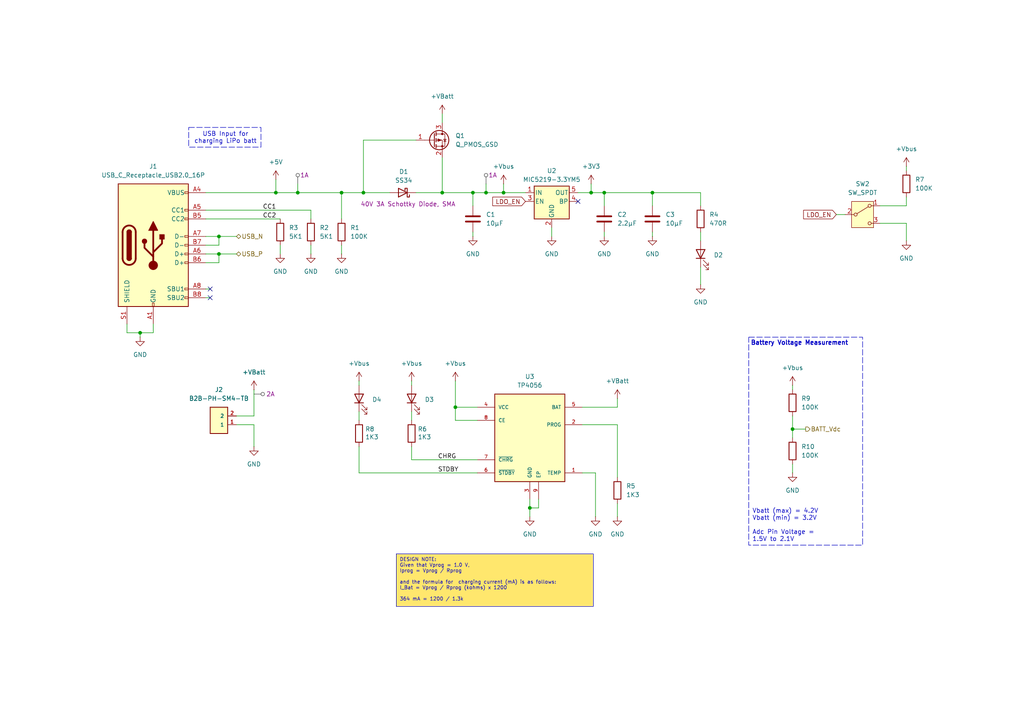
<source format=kicad_sch>
(kicad_sch (version 20250114) (generator "eeschema") (generator_version "9.0")
  (paper "A4")
  (lib_symbols
    (symbol "AI_CONNECTORS:B2B-PH-SM4-TB_LF__SN_" (pin_names (offset 1.016))
      (property "Reference" "J" (at -1.524 3.556 0))
      (property "Value" "B2B-PH-SM4-TB_LF__SN_" (at -11.684 -7.62 0))
      (symbol "B2B-PH-SM4-TB_LF__SN__0_0"
        (rectangle (start -2.54 2.54) (end 2.54 -5.08) (stroke (width 0.254)) (fill (type background)))
        (pin bidirectional line (at -5.08 0 0) (length 2.54) (name "1") (number "1"))
        (pin bidirectional line (at -5.08 -2.54 0) (length 2.54) (name "2") (number "2"))
      )
    )
    (symbol "AI_CONNECTORS:USB_C_Receptacle_USB2.0_16P" (pin_names (offset 1.016))
      (property "Reference" "J" (at 0 22.225 0))
      (property "Value" "USB_C_Receptacle_USB2.0_16P" (at 0 19.685 0))
      (symbol "USB_C_Receptacle_USB2.0_16P_0_0"
        (rectangle (start -0.254 -17.78) (end 0.254 -16.764))
        (rectangle (start 10.16 15.494) (end 9.144 14.986))
        (rectangle (start 10.16 10.414) (end 9.144 9.906))
        (rectangle (start 10.16 7.874) (end 9.144 7.366))
        (rectangle (start 10.16 2.794) (end 9.144 2.286))
        (rectangle (start 10.16 0.254) (end 9.144 -0.254))
        (rectangle (start 10.16 -2.286) (end 9.144 -2.794))
        (rectangle (start 10.16 -4.826) (end 9.144 -5.334))
        (rectangle (start 10.16 -12.446) (end 9.144 -12.954))
        (rectangle (start 10.16 -14.986) (end 9.144 -15.494))
      )
      (symbol "USB_C_Receptacle_USB2.0_16P_0_1"
        (rectangle (start -10.16 17.78) (end 10.16 -17.78) (stroke (width 0.254)) (fill (type background)))
        (polyline (pts (xy -8.89 -3.81) (xy -8.89 3.81)) (stroke (width 0.508)))
        (rectangle (start -7.62 -3.81) (end -6.35 3.81) (stroke (width 0.254)) (fill (type outline)))
        (arc (start -7.62 3.81) (mid -6.985 4.4423) (end -6.35 3.81) (stroke (width 0.254)))
        (arc (start -7.62 3.81) (mid -6.985 4.4423) (end -6.35 3.81) (stroke (width 0.254)) (fill (type outline)))
        (arc (start -8.89 3.81) (mid -6.985 5.7067) (end -5.08 3.81) (stroke (width 0.508)))
        (arc (start -5.08 -3.81) (mid -6.985 -5.7067) (end -8.89 -3.81) (stroke (width 0.508)))
        (arc (start -6.35 -3.81) (mid -6.985 -4.4423) (end -7.62 -3.81) (stroke (width 0.254)))
        (arc (start -6.35 -3.81) (mid -6.985 -4.4423) (end -7.62 -3.81) (stroke (width 0.254)) (fill (type outline)))
        (polyline (pts (xy -5.08 3.81) (xy -5.08 -3.81)) (stroke (width 0.508)))
        (circle (center -2.54 1.143) (radius 0.635) (stroke (width 0.254)) (fill (type outline)))
        (polyline (pts (xy -1.27 4.318) (xy 0 6.858) (xy 1.27 4.318) (xy -1.27 4.318)) (stroke (width 0.254)) (fill (type outline)))
        (polyline (pts (xy 0 -2.032) (xy 2.54 0.508) (xy 2.54 1.778)) (stroke (width 0.508)))
        (polyline (pts (xy 0 -3.302) (xy -2.54 -0.762) (xy -2.54 0.508)) (stroke (width 0.508)))
        (polyline (pts (xy 0 -5.842) (xy 0 4.318)) (stroke (width 0.508)))
        (circle (center 0 -5.842) (radius 1.27) (fill (type outline)))
        (rectangle (start 1.905 1.778) (end 3.175 3.048) (stroke (width 0.254)) (fill (type outline)))
      )
      (symbol "USB_C_Receptacle_USB2.0_16P_1_1"
        (pin passive line (at -7.62 -22.86 90) (length 5.08) (name "SHIELD") (number "S1"))
        (pin passive line (at 0 -22.86 90) (length 5.08) (name "GND") (number "A1"))
        (pin passive line (at 0 -22.86 90) (length 5.08) (hide yes) (name "GND") (number "A12"))
        (pin passive line (at 0 -22.86 90) (length 5.08) (hide yes) (name "GND") (number "B1"))
        (pin passive line (at 0 -22.86 90) (length 5.08) (hide yes) (name "GND") (number "B12"))
        (pin passive line (at 15.24 15.24 180) (length 5.08) (name "VBUS") (number "A4"))
        (pin passive line (at 15.24 15.24 180) (length 5.08) (hide yes) (name "VBUS") (number "A9"))
        (pin passive line (at 15.24 15.24 180) (length 5.08) (hide yes) (name "VBUS") (number "B4"))
        (pin passive line (at 15.24 15.24 180) (length 5.08) (hide yes) (name "VBUS") (number "B9"))
        (pin bidirectional line (at 15.24 10.16 180) (length 5.08) (name "CC1") (number "A5"))
        (pin bidirectional line (at 15.24 7.62 180) (length 5.08) (name "CC2") (number "B5"))
        (pin bidirectional line (at 15.24 2.54 180) (length 5.08) (name "D-") (number "A7"))
        (pin bidirectional line (at 15.24 0 180) (length 5.08) (name "D-") (number "B7"))
        (pin bidirectional line (at 15.24 -2.54 180) (length 5.08) (name "D+") (number "A6"))
        (pin bidirectional line (at 15.24 -5.08 180) (length 5.08) (name "D+") (number "B6"))
        (pin bidirectional line (at 15.24 -12.7 180) (length 5.08) (name "SBU1") (number "A8"))
        (pin bidirectional line (at 15.24 -15.24 180) (length 5.08) (name "SBU2") (number "B8"))
      )
    )
    (symbol "AI_IC:TP4056" (pin_names (offset 1.016))
      (property "Reference" "U" (at -10.16 13.208 0))
      (property "Value" "TP4056" (at -10.16 -15.24 0))
      (symbol "TP4056_0_0"
        (rectangle (start -10.16 -12.7) (end 10.16 12.7) (stroke (width 0.254)) (fill (type background)))
        (pin power_in line (at -15.24 8.89 0) (length 5.08) (name "VCC") (number "4"))
        (pin input line (at -15.24 5.08 0) (length 5.08) (name "CE") (number "8"))
        (pin output line (at -15.24 -6.35 0) (length 5.08) (name "~{CHRG}") (number "7"))
        (pin output line (at -15.24 -10.16 0) (length 5.08) (name "~{STDBY}") (number "6"))
        (pin power_in line (at 0 -17.78 90) (length 5.08) (name "GND") (number "3"))
        (pin passive line (at 2.54 -17.78 90) (length 5.08) (name "EP") (number "9"))
        (pin output line (at 15.24 8.89 180) (length 5.08) (name "BAT") (number "5"))
        (pin bidirectional line (at 15.24 3.81 180) (length 5.08) (name "PROG") (number "2"))
        (pin input line (at 15.24 -10.16 180) (length 5.08) (name "TEMP") (number "1"))
      )
    )
    (symbol "AI_RESISTORS:100K_SMD_Resistor" (pin_numbers (hide yes)) (pin_names (offset 0))
      (property "Reference" "R" (at 2.032 0 90))
      (property "Value" "100K" (at 0 0 90))
      (symbol "100K_SMD_Resistor_0_1"
        (rectangle (start -1.016 -2.54) (end 1.016 2.54) (stroke (width 0.254)))
      )
      (symbol "100K_SMD_Resistor_1_1"
        (pin passive line (at 0 3.81 270) (length 1.27) (name "~") (number "1"))
        (pin passive line (at 0 -3.81 90) (length 1.27) (name "~") (number "2"))
      )
    )
    (symbol "AI_RESISTORS:5K1 Resistor" (pin_numbers (hide yes)) (pin_names (offset 0))
      (property "Reference" "R" (at 2.032 0 90))
      (property "Value" "5K1 Resistor" (at 8.128 -5.334 0))
      (symbol "5K1 Resistor_0_1"
        (rectangle (start -1.016 -2.54) (end 1.016 2.54) (stroke (width 0.254)))
      )
      (symbol "5K1 Resistor_1_1"
        (pin passive line (at 0 3.81 270) (length 1.27) (name "~") (number "1"))
        (pin passive line (at 0 -3.81 90) (length 1.27) (name "~") (number "2"))
      )
    )
    (symbol "Device:C" (pin_numbers (hide yes)) (pin_names (offset 0.254))
      (property "Reference" "C" (at 0.635 2.54 0))
      (property "Value" "C" (at 0.635 -2.54 0))
      (symbol "C_0_1"
        (polyline (pts (xy -2.032 0.762) (xy 2.032 0.762)) (stroke (width 0.508)))
        (polyline (pts (xy -2.032 -0.762) (xy 2.032 -0.762)) (stroke (width 0.508)))
      )
      (symbol "C_1_1"
        (pin passive line (at 0 3.81 270) (length 2.794) (name "~") (number "1"))
        (pin passive line (at 0 -3.81 90) (length 2.794) (name "~") (number "2"))
      )
    )
    (symbol "Device:LED" (pin_numbers (hide yes)) (pin_names (offset 1.016) (hide yes))
      (property "Reference" "D" (at 0 2.54 0))
      (property "Value" "LED" (at 0 -2.54 0))
      (symbol "LED_0_1"
        (polyline (pts (xy -3.048 -0.762) (xy -4.572 -2.286) (xy -3.81 -2.286) (xy -4.572 -2.286) (xy -4.572 -1.524)))
        (polyline (pts (xy -1.778 -0.762) (xy -3.302 -2.286) (xy -2.54 -2.286) (xy -3.302 -2.286) (xy -3.302 -1.524)))
        (polyline (pts (xy -1.27 0) (xy 1.27 0)))
        (polyline (pts (xy -1.27 -1.27) (xy -1.27 1.27)) (stroke (width 0.254)))
        (polyline (pts (xy 1.27 -1.27) (xy 1.27 1.27) (xy -1.27 0) (xy 1.27 -1.27)) (stroke (width 0.254)))
      )
      (symbol "LED_1_1"
        (pin passive line (at -3.81 0 0) (length 2.54) (name "K") (number "1"))
        (pin passive line (at 3.81 0 180) (length 2.54) (name "A") (number "2"))
      )
    )
    (symbol "Device:R" (pin_numbers (hide yes)) (pin_names (offset 0))
      (property "Reference" "R" (at 2.032 0 90))
      (property "Value" "R" (at 0 0 90))
      (symbol "R_0_1"
        (rectangle (start -1.016 -2.54) (end 1.016 2.54) (stroke (width 0.254)))
      )
      (symbol "R_1_1"
        (pin passive line (at 0 3.81 270) (length 1.27) (name "~") (number "1"))
        (pin passive line (at 0 -3.81 90) (length 1.27) (name "~") (number "2"))
      )
    )
    (symbol "Diode:SS34" (pin_numbers (hide yes)) (pin_names (offset 1.016) (hide yes))
      (property "Reference" "D" (at 0 2.54 0))
      (property "Value" "SS34" (at 0 -2.54 0))
      (symbol "SS34_0_1"
        (polyline (pts (xy -1.905 0.635) (xy -1.905 1.27) (xy -1.27 1.27) (xy -1.27 -1.27) (xy -0.635 -1.27) (xy -0.635 -0.635)) (stroke (width 0.254)))
        (polyline (pts (xy 1.27 1.27) (xy 1.27 -1.27) (xy -1.27 0) (xy 1.27 1.27)) (stroke (width 0.254)))
        (polyline (pts (xy 1.27 0) (xy -1.27 0)))
      )
      (symbol "SS34_1_1"
        (pin passive line (at -3.81 0 0) (length 2.54) (name "K") (number "1"))
        (pin passive line (at 3.81 0 180) (length 2.54) (name "A") (number "2"))
      )
    )
    (symbol "Regulator_Linear:MIC5219-3.3YM5" (pin_names (offset 0.254))
      (property "Reference" "U" (at -3.81 5.715 0))
      (property "Value" "MIC5219-3.3YM5" (at 0 5.715 0))
      (symbol "MIC5219-3.3YM5_0_1"
        (rectangle (start -5.08 4.445) (end 5.08 -5.08) (stroke (width 0.254)) (fill (type background)))
      )
      (symbol "MIC5219-3.3YM5_1_1"
        (pin power_in line (at -7.62 2.54 0) (length 2.54) (name "IN") (number "1"))
        (pin input line (at -7.62 0 0) (length 2.54) (name "EN") (number "3"))
        (pin power_in line (at 0 -7.62 90) (length 2.54) (name "GND") (number "2"))
        (pin power_out line (at 7.62 2.54 180) (length 2.54) (name "OUT") (number "5"))
        (pin input line (at 7.62 0 180) (length 2.54) (name "BP") (number "4"))
      )
    )
    (symbol "Switch:SW_SPDT" (pin_names (offset 0) (hide yes))
      (property "Reference" "SW" (at 0 5.08 0))
      (property "Value" "SW_SPDT" (at 0 -5.08 0))
      (symbol "SW_SPDT_0_1"
        (circle (center -2.032 0) (radius 0.4572))
        (polyline (pts (xy -1.651 0.254) (xy 1.651 2.286)))
        (circle (center 2.032 2.54) (radius 0.4572))
        (circle (center 2.032 -2.54) (radius 0.4572))
      )
      (symbol "SW_SPDT_1_1"
        (rectangle (start -3.175 3.81) (end 3.175 -3.81) (fill (type background)))
        (pin passive line (at -5.08 0 0) (length 2.54) (name "B") (number "2"))
        (pin passive line (at 5.08 2.54 180) (length 2.54) (name "A") (number "1"))
        (pin passive line (at 5.08 -2.54 180) (length 2.54) (name "C") (number "3"))
      )
    )
    (symbol "Transistor_FET:Q_PMOS_GSD" (pin_names (offset 0) (hide yes))
      (property "Reference" "Q" (at 5.08 1.905 0))
      (property "Value" "Q_PMOS_GSD" (at 5.08 0 0))
      (symbol "Q_PMOS_GSD_0_1"
        (polyline (pts (xy 0.254 1.905) (xy 0.254 -1.905)) (stroke (width 0.254)))
        (polyline (pts (xy 0.254 0) (xy -2.54 0)))
        (polyline (pts (xy 0.762 2.286) (xy 0.762 1.27)) (stroke (width 0.254)))
        (polyline (pts (xy 0.762 1.778) (xy 3.302 1.778) (xy 3.302 -1.778) (xy 0.762 -1.778)))
        (polyline (pts (xy 0.762 0.508) (xy 0.762 -0.508)) (stroke (width 0.254)))
        (polyline (pts (xy 0.762 -1.27) (xy 0.762 -2.286)) (stroke (width 0.254)))
        (circle (center 1.651 0) (radius 2.794) (stroke (width 0.254)))
        (polyline (pts (xy 2.286 0) (xy 1.27 0.381) (xy 1.27 -0.381) (xy 2.286 0)) (fill (type outline)))
        (polyline (pts (xy 2.54 2.54) (xy 2.54 1.778)))
        (circle (center 2.54 1.778) (radius 0.254) (fill (type outline)))
        (circle (center 2.54 -1.778) (radius 0.254) (fill (type outline)))
        (polyline (pts (xy 2.54 -2.54) (xy 2.54 0) (xy 0.762 0)))
        (polyline (pts (xy 2.921 -0.381) (xy 3.683 -0.381)))
        (polyline (pts (xy 3.302 -0.381) (xy 2.921 0.254) (xy 3.683 0.254) (xy 3.302 -0.381)))
      )
      (symbol "Q_PMOS_GSD_1_1"
        (pin input line (at -5.08 0 0) (length 2.54) (name "G") (number "1"))
        (pin passive line (at 2.54 5.08 270) (length 2.54) (name "D") (number "3"))
        (pin passive line (at 2.54 -5.08 90) (length 2.54) (name "S") (number "2"))
      )
    )
    (symbol "power:+3V3" (power) (pin_numbers (hide yes)) (pin_names (offset 0) (hide yes))
      (property "Value" "+3V3" (at 0 3.556 0))
      (symbol "+3V3_0_1"
        (polyline (pts (xy -0.762 1.27) (xy 0 2.54)))
        (polyline (pts (xy 0 2.54) (xy 0.762 1.27)))
        (polyline (pts (xy 0 0) (xy 0 2.54)))
      )
      (symbol "+3V3_1_1"
        (pin power_in line (at 0 0 90) (length 0) (name "~") (number "1"))
      )
    )
    (symbol "power:+5V" (power) (pin_numbers (hide yes)) (pin_names (offset 0) (hide yes))
      (property "Value" "+5V" (at 0 3.556 0))
      (symbol "+5V_0_1"
        (polyline (pts (xy -0.762 1.27) (xy 0 2.54)))
        (polyline (pts (xy 0 2.54) (xy 0.762 1.27)))
        (polyline (pts (xy 0 0) (xy 0 2.54)))
      )
      (symbol "+5V_1_1"
        (pin power_in line (at 0 0 90) (length 0) (name "~") (number "1"))
      )
    )
    (symbol "power:+BATT" (power) (pin_numbers (hide yes)) (pin_names (offset 0) (hide yes))
      (property "Value" "+BATT" (at 0 3.556 0))
      (symbol "+BATT_0_1"
        (polyline (pts (xy -0.762 1.27) (xy 0 2.54)))
        (polyline (pts (xy 0 2.54) (xy 0.762 1.27)))
        (polyline (pts (xy 0 0) (xy 0 2.54)))
      )
      (symbol "+BATT_1_1"
        (pin power_in line (at 0 0 90) (length 0) (name "~") (number "1"))
      )
    )
    (symbol "power:GND" (power) (pin_numbers (hide yes)) (pin_names (offset 0) (hide yes))
      (property "Value" "GND" (at 0 -3.81 0))
      (symbol "GND_0_1"
        (polyline (pts (xy 0 0) (xy 0 -1.27) (xy 1.27 -1.27) (xy 0 -2.54) (xy -1.27 -1.27) (xy 0 -1.27)))
      )
      (symbol "GND_1_1"
        (pin power_in line (at 0 0 270) (length 0) (name "~") (number "1"))
      )
    )
    (symbol "power:VBUS" (power) (pin_numbers (hide yes)) (pin_names (offset 0) (hide yes))
      (property "Value" "VBUS" (at 0 3.556 0))
      (symbol "VBUS_0_1"
        (polyline (pts (xy -0.762 1.27) (xy 0 2.54)))
        (polyline (pts (xy 0 2.54) (xy 0.762 1.27)))
        (polyline (pts (xy 0 0) (xy 0 2.54)))
      )
      (symbol "VBUS_1_1"
        (pin power_in line (at 0 0 90) (length 0) (name "~") (number "1"))
      )
    )
  )
  (rectangle (start 217.17 97.79) (end 250.19 158.115) (stroke (width 0) (type dash)))
  (rectangle (start 54.737 36.957) (end 75.692 42.672) (stroke (width 0) (type dash)))
  (text "Battery Voltage Measurement\n" (at 231.902 99.568 0) (effects (font (size 1.27 1.27) (thickness 0.254) (bold yes))))
  (text "Vbatt (max) = 4.2V\nVbatt (min) = 3.2V\n\nAdc Pin Voltage =\n1.5V to 2.1V" (at 218.186 152.4 0) (effects (font (size 1.27 1.27)) (justify left)))
  (text "USB Input for\ncharging LiPo batt\n" (at 65.405 40.005 0) (effects (font (size 1.27 1.27))))
  (text_box "DESIGN NOTE:\nGiven that Vprog = 1.0 V,\nIprog = Vprog / Rprog\n\nand the formula for  charging current (mA) is as follows:\nI_Bat = Vprog / Rprog (kohms) x 1200\n\n364 mA = 1200 / 1.3k" (at 114.935 160.655 0) (size 57.15 15.24) (margins 0.9525 0.9525 0.9525 0.9525) (fill (type color) (color 255 231 109 1)) (effects (font (size 1.016 1.016) (thickness 0.127)) (justify left top)))
  (junction (at 229.87 124.46))
  (junction (at 175.26 55.88))
  (junction (at 140.97 55.88))
  (junction (at 40.64 96.52))
  (junction (at 132.08 118.11))
  (junction (at 146.05 55.88))
  (junction (at 86.36 55.88))
  (junction (at 137.16 55.88))
  (junction (at 99.06 55.88))
  (junction (at 128.27 55.88))
  (junction (at 189.23 55.88))
  (junction (at 171.45 55.88))
  (junction (at 80.01 55.88))
  (junction (at 153.67 147.32))
  (junction (at 63.5 68.58))
  (junction (at 63.5 73.66))
  (junction (at 105.41 55.88))
  (no_connect (at 167.64 58.42))
  (no_connect (at 60.96 86.36))
  (no_connect (at 60.96 83.82))
  (wire (pts (xy 146.05 55.88) (xy 152.4 55.88)))
  (wire (pts (xy 229.87 124.46) (xy 233.68 124.46)))
  (wire (pts (xy 80.01 55.88) (xy 86.36 55.88)))
  (wire (pts (xy 59.69 55.88) (xy 80.01 55.88)))
  (wire (pts (xy 167.64 55.88) (xy 171.45 55.88)))
  (wire (pts (xy 120.65 55.88) (xy 128.27 55.88)))
  (wire (pts (xy 68.58 120.65) (xy 73.66 120.65)))
  (wire (pts (xy 119.38 133.35) (xy 138.43 133.35)))
  (wire (pts (xy 119.38 121.92) (xy 119.38 119.38)))
  (wire (pts (xy 44.45 93.98) (xy 44.45 96.52)))
  (wire (pts (xy 262.89 59.69) (xy 255.27 59.69)))
  (wire (pts (xy 80.01 52.07) (xy 80.01 55.88)))
  (wire (pts (xy 59.69 73.66) (xy 63.5 73.66)))
  (wire (pts (xy 119.38 129.54) (xy 119.38 133.35)))
  (wire (pts (xy 137.16 67.31) (xy 137.16 68.58)))
  (wire (pts (xy 189.23 55.88) (xy 189.23 59.69)))
  (wire (pts (xy 137.16 55.88) (xy 137.16 59.69)))
  (wire (pts (xy 128.27 45.72) (xy 128.27 55.88)))
  (wire (pts (xy 262.89 69.85) (xy 262.89 64.77)))
  (wire (pts (xy 179.07 115.57) (xy 179.07 118.11)))
  (wire (pts (xy 90.17 60.96) (xy 90.17 63.5)))
  (wire (pts (xy 63.5 73.66) (xy 68.58 73.66)))
  (wire (pts (xy 146.05 53.34) (xy 146.05 55.88)))
  (wire (pts (xy 40.64 96.52) (xy 44.45 96.52)))
  (wire (pts (xy 59.69 63.5) (xy 81.28 63.5)))
  (wire (pts (xy 90.17 71.12) (xy 90.17 73.66)))
  (wire (pts (xy 171.45 55.88) (xy 175.26 55.88)))
  (wire (pts (xy 40.64 96.52) (xy 40.64 97.79)))
  (wire (pts (xy 132.08 118.11) (xy 132.08 121.92)))
  (wire (pts (xy 63.5 68.58) (xy 68.58 68.58)))
  (wire (pts (xy 36.83 93.98) (xy 36.83 96.52)))
  (wire (pts (xy 175.26 67.31) (xy 175.26 68.58)))
  (wire (pts (xy 153.67 147.32) (xy 156.21 147.32)))
  (wire (pts (xy 262.89 48.26) (xy 262.89 49.53)))
  (wire (pts (xy 179.07 123.19) (xy 179.07 138.43)))
  (wire (pts (xy 73.66 123.19) (xy 73.66 129.54)))
  (wire (pts (xy 59.69 76.2) (xy 63.5 76.2)))
  (wire (pts (xy 160.02 66.04) (xy 160.02 68.58)))
  (wire (pts (xy 105.41 40.64) (xy 120.65 40.64)))
  (wire (pts (xy 86.36 55.88) (xy 99.06 55.88)))
  (wire (pts (xy 132.08 121.92) (xy 138.43 121.92)))
  (wire (pts (xy 132.08 118.11) (xy 138.43 118.11)))
  (wire (pts (xy 179.07 146.05) (xy 179.07 149.86)))
  (wire (pts (xy 104.14 137.16) (xy 138.43 137.16)))
  (wire (pts (xy 137.16 55.88) (xy 140.97 55.88)))
  (wire (pts (xy 175.26 55.88) (xy 175.26 59.69)))
  (wire (pts (xy 140.97 53.34) (xy 140.97 55.88)))
  (wire (pts (xy 245.11 62.23) (xy 242.57 62.23)))
  (wire (pts (xy 189.23 55.88) (xy 203.2 55.88)))
  (wire (pts (xy 168.91 118.11) (xy 179.07 118.11)))
  (wire (pts (xy 203.2 67.31) (xy 203.2 69.85)))
  (wire (pts (xy 59.69 83.82) (xy 60.96 83.82)))
  (wire (pts (xy 175.26 55.88) (xy 189.23 55.88)))
  (wire (pts (xy 105.41 55.88) (xy 113.03 55.88)))
  (wire (pts (xy 59.69 68.58) (xy 63.5 68.58)))
  (wire (pts (xy 86.36 53.34) (xy 86.36 55.88)))
  (wire (pts (xy 203.2 77.47) (xy 203.2 82.55)))
  (wire (pts (xy 153.67 147.32) (xy 153.67 149.86)))
  (wire (pts (xy 140.97 55.88) (xy 146.05 55.88)))
  (wire (pts (xy 128.27 55.88) (xy 137.16 55.88)))
  (wire (pts (xy 63.5 68.58) (xy 63.5 71.12)))
  (wire (pts (xy 203.2 55.88) (xy 203.2 59.69)))
  (wire (pts (xy 189.23 67.31) (xy 189.23 68.58)))
  (wire (pts (xy 81.28 71.12) (xy 81.28 73.66)))
  (wire (pts (xy 59.69 71.12) (xy 63.5 71.12)))
  (wire (pts (xy 168.91 123.19) (xy 179.07 123.19)))
  (wire (pts (xy 59.69 86.36) (xy 60.96 86.36)))
  (wire (pts (xy 229.87 134.62) (xy 229.87 137.16)))
  (wire (pts (xy 119.38 111.76) (xy 119.38 110.49)))
  (wire (pts (xy 132.08 110.49) (xy 132.08 118.11)))
  (wire (pts (xy 99.06 55.88) (xy 99.06 63.5)))
  (wire (pts (xy 73.66 113.03) (xy 73.66 120.65)))
  (wire (pts (xy 156.21 144.78) (xy 156.21 147.32)))
  (wire (pts (xy 63.5 73.66) (xy 63.5 76.2)))
  (wire (pts (xy 229.87 120.65) (xy 229.87 124.46)))
  (wire (pts (xy 262.89 64.77) (xy 255.27 64.77)))
  (wire (pts (xy 104.14 111.76) (xy 104.14 110.49)))
  (wire (pts (xy 153.67 144.78) (xy 153.67 147.32)))
  (wire (pts (xy 171.45 53.34) (xy 171.45 55.88)))
  (wire (pts (xy 105.41 40.64) (xy 105.41 55.88)))
  (wire (pts (xy 36.83 96.52) (xy 40.64 96.52)))
  (wire (pts (xy 262.89 59.69) (xy 262.89 57.15)))
  (wire (pts (xy 168.91 137.16) (xy 172.72 137.16)))
  (wire (pts (xy 104.14 129.54) (xy 104.14 137.16)))
  (wire (pts (xy 99.06 55.88) (xy 105.41 55.88)))
  (wire (pts (xy 59.69 60.96) (xy 90.17 60.96)))
  (wire (pts (xy 229.87 124.46) (xy 229.87 127)))
  (wire (pts (xy 99.06 71.12) (xy 99.06 73.66)))
  (wire (pts (xy 128.27 33.02) (xy 128.27 35.56)))
  (wire (pts (xy 68.58 123.19) (xy 73.66 123.19)))
  (wire (pts (xy 229.87 113.03) (xy 229.87 111.76)))
  (wire (pts (xy 172.72 137.16) (xy 172.72 149.86)))
  (wire (pts (xy 104.14 121.92) (xy 104.14 119.38)))
  (label "STDBY" (at 127 137.16 0))
  (label "CC2" (at 76.2 63.5 0))
  (label "CHRG" (at 127 133.35 0))
  (label "CC1" (at 76.2 60.96 0))
  (global_label "LDO_EN" (shape input) (at 242.57 62.23 180) (property "Intersheetrefs" "${INTERSHEET_REFS}" (effects (hide yes))))
  (global_label "LDO_EN" (shape input) (at 152.4 58.42 180) (property "Intersheetrefs" "${INTERSHEET_REFS}" (effects (hide yes))))
  (hierarchical_label "USB_P" (shape bidirectional) (at 68.58 73.66 0))
  (hierarchical_label "USB_N" (shape bidirectional) (at 68.58 68.58 0))
  (hierarchical_label "BATT_Vdc" (shape output) (at 233.68 124.46 0))
  (netclass_flag "" (length 2.54) (shape round) (at 86.36 53.34 0) (property "Netclass" "1A" (at 87.0585 50.8 0) (effects (justify left))))
  (netclass_flag "" (length 2.54) (shape round) (at 140.97 53.34 0) (property "Netclass" "1A" (at 141.6685 50.8 0) (effects (justify left))))
  (netclass_flag "" (length 2.54) (shape round) (at 73.66 114.3 270) (property "Netclass" "2A" (at 77.216 114.3 0) (effects (justify left))))
  (symbol (lib_id "AI_CONNECTORS:USB_C_Receptacle_USB2.0_16P") (at 44.45 71.12 0) (unit 1)
    (property "Reference" "J1" (at 44.45 48.26 0))
    (property "Value" "USB_C_Receptacle_USB2.0_16P" (at 44.45 50.8 0))
    (property "Footprint" "Connector_USB:USB_C_Receptacle_HCTL_HC-TYPE-C-16P-01A" (effects (hide yes)))
    (property "Datasheet" "https://www.usb.org/sites/default/files/documents/usb_type-c.zip" (effects (hide yes)))
    (property "Description" "USB 2.0-only 16P Type-C Receptacle connector" (effects (hide yes)))
  )
  (symbol (lib_id "Regulator_Linear:MIC5219-3.3YM5") (at 160.02 58.42 0) (unit 1)
    (property "Reference" "U2" (at 160.02 49.53 0))
    (property "Value" "MIC5219-3.3YM5" (at 160.02 52.07 0))
    (property "Footprint" "Package_TO_SOT_SMD:SOT-23-5" (effects (hide yes)))
    (property "Datasheet" "http://ww1.microchip.com/downloads/en/DeviceDoc/MIC5219-500mA-Peak-Output-LDO-Regulator-DS20006021A.pdf" (effects (hide yes)))
    (property "Description" "500mA low dropout linear regulator, fixed 3.3V output, SOT-23-5" (effects (hide yes)))
  )
  (symbol (lib_id "AI_RESISTORS:5K1 Resistor") (at 81.28 67.31 0) (unit 1)
    (property "Reference" "R3" (at 83.82 66.0399 0) (effects (justify left)))
    (property "Value" "5K1" (at 83.82 68.5799 0) (effects (justify left)))
    (property "Footprint" "Resistor_SMD:R_0603_1608Metric" (effects (hide yes)))
    (property "Description" "Resistor" (effects (hide yes)))
  )
  (symbol (lib_id "Switch:SW_SPDT") (at 250.19 62.23 0) (unit 1)
    (property "Reference" "SW2" (at 250.19 53.34 0))
    (property "Value" "SW_SPDT" (at 250.19 55.88 0))
    (property "Footprint" "AI_SWITCHES:Slide Switches SPDT 450406020024" (effects (hide yes)))
    (property "Description" "Switch, single pole double throw" (effects (hide yes)))
  )
  (symbol (lib_id "Device:R") (at 229.87 130.81 0) (unit 1)
    (property "Reference" "R10" (at 232.41 129.5399 0) (effects (justify left)))
    (property "Value" "100K" (at 232.41 132.0799 0) (effects (justify left)))
    (property "Footprint" "Resistor_SMD:R_0603_1608Metric" (effects (hide yes)))
    (property "Description" "Resistor" (effects (hide yes)))
  )
  (symbol (lib_id "power:GND") (at 160.02 68.58 0) (unit 1)
    (property "Reference" "#PWR09" (effects (hide yes)))
    (property "Value" "GND" (at 160.02 73.66 0))
    (property "Description" "Power symbol creates a global label with name \"GND\" , ground" (effects (hide yes)))
  )
  (symbol (lib_id "Device:R") (at 104.14 125.73 180) (unit 1)
    (property "Reference" "R8" (at 105.918 124.46 0) (effects (justify right)))
    (property "Value" "1K3" (at 105.918 126.7459 0) (effects (justify right)))
    (property "Footprint" "Resistor_SMD:R_0603_1608Metric" (effects (hide yes)))
    (property "Description" "Resistor" (effects (hide yes)))
  )
  (symbol (lib_id "AI_CONNECTORS:B2B-PH-SM4-TB_LF__SN_") (at 63.5 123.19 180) (unit 1)
    (property "Reference" "J2" (at 63.5 113.03 0))
    (property "Value" "B2B-PH-SM4-TB" (at 63.5 115.57 0))
    (property "Footprint" "AI_CONNECTORS:B2B-PH-SM4-TB" (effects (hide yes)))
    (property "MF" "JST Sales" (effects (hide yes)))
    (property "Description_1" "Connector Header Surface Mount 2 position 0.079 (2.00mm)" (effects (hide yes)))
    (property "Package" "NON STANDARD-2 JST" (effects (hide yes)))
    (property "Price" "None" (effects (hide yes)))
    (property "SnapEDA_Link" "https://www.snapeda.com/parts/B2B-PH-SM4-TB(LF)(SN)/JST/view-part/?ref=snap" (effects (hide yes)))
    (property "MP" "B2B-PH-SM4-TB(LF)(SN)" (effects (hide yes)))
    (property "Availability" "In Stock" (effects (hide yes)))
    (property "Check_prices" "https://www.snapeda.com/parts/B2B-PH-SM4-TB(LF)(SN)/JST/view-part/?ref=eda" (effects (hide yes)))
  )
  (symbol (lib_id "Device:C") (at 189.23 63.5 0) (unit 1)
    (property "Reference" "C3" (at 193.04 62.2299 0) (effects (justify left)))
    (property "Value" "10μF" (at 193.04 64.7699 0) (effects (justify left)))
    (property "Footprint" "Capacitor_SMD:C_0603_1608Metric" (effects (hide yes)))
    (property "Description" "Unpolarized capacitor" (effects (hide yes)))
  )
  (symbol (lib_id "power:GND") (at 73.66 129.54 0) (unit 1)
    (property "Reference" "#PWR016" (effects (hide yes)))
    (property "Value" "GND" (at 73.66 134.62 0))
    (property "Description" "Power symbol creates a global label with name \"GND\" , ground" (effects (hide yes)))
  )
  (symbol (lib_id "power:GND") (at 40.64 97.79 0) (unit 1)
    (property "Reference" "#PWR02" (effects (hide yes)))
    (property "Value" "GND" (at 40.64 102.87 0))
    (property "Description" "Power symbol creates a global label with name \"GND\" , ground" (effects (hide yes)))
  )
  (symbol (lib_id "Device:R") (at 262.89 53.34 0) (unit 1)
    (property "Reference" "R7" (at 265.43 52.0699 0) (effects (justify left)))
    (property "Value" "100K" (at 265.43 54.6099 0) (effects (justify left)))
    (property "Footprint" "Resistor_SMD:R_0603_1608Metric" (effects (hide yes)))
    (property "Description" "Resistor" (effects (hide yes)))
  )
  (symbol (lib_id "power:GND") (at 179.07 149.86 0) (unit 1)
    (property "Reference" "#PWR021" (effects (hide yes)))
    (property "Value" "GND" (at 179.07 154.94 0))
    (property "Description" "Power symbol creates a global label with name \"GND\" , ground" (effects (hide yes)))
  )
  (symbol (lib_id "power:VBUS") (at 146.05 53.34 0) (unit 1)
    (property "Reference" "#PWR08" (effects (hide yes)))
    (property "Value" "+Vbus" (at 146.05 48.26 0))
    (property "Description" "Power symbol creates a global label with name \"VBUS\"" (effects (hide yes)))
  )
  (symbol (lib_id "Device:LED") (at 104.14 115.57 90) (unit 1)
    (property "Reference" "D4" (at 107.95 115.8874 90) (effects (justify right)))
    (property "Value" "LED" (effects (hide yes)))
    (property "Footprint" "LED_SMD:LED_0603_1608Metric" (effects (hide yes)))
    (property "Description" "Light emitting diode" (effects (hide yes)))
    (property "Sim.Pins" "1=K 2=A" (effects (hide yes)))
  )
  (symbol (lib_id "Device:R") (at 229.87 116.84 0) (unit 1)
    (property "Reference" "R9" (at 232.41 115.5699 0) (effects (justify left)))
    (property "Value" "100K" (at 232.41 118.1099 0) (effects (justify left)))
    (property "Footprint" "Resistor_SMD:R_0603_1608Metric" (effects (hide yes)))
    (property "Description" "Resistor" (effects (hide yes)))
  )
  (symbol (lib_id "power:VBUS") (at 229.87 111.76 0) (unit 1)
    (property "Reference" "#PWR026" (effects (hide yes)))
    (property "Value" "+Vbus" (at 229.87 106.68 0))
    (property "Description" "Power symbol creates a global label with name \"VBUS\"" (effects (hide yes)))
  )
  (symbol (lib_id "power:GND") (at 137.16 68.58 0) (unit 1)
    (property "Reference" "#PWR07" (effects (hide yes)))
    (property "Value" "GND" (at 137.16 73.66 0))
    (property "Description" "Power symbol creates a global label with name \"GND\" , ground" (effects (hide yes)))
  )
  (symbol (lib_id "power:GND") (at 262.89 69.85 0) (unit 1)
    (property "Reference" "#PWR019" (effects (hide yes)))
    (property "Value" "GND" (at 262.89 74.93 0))
    (property "Description" "Power symbol creates a global label with name \"GND\" , ground" (effects (hide yes)))
  )
  (symbol (lib_id "power:+BATT") (at 179.07 115.57 0) (unit 1)
    (property "Reference" "#PWR020" (effects (hide yes)))
    (property "Value" "+VBatt" (at 179.07 110.49 0))
    (property "Description" "Power symbol creates a global label with name \"+BATT\"" (effects (hide yes)))
  )
  (symbol (lib_id "power:GND") (at 229.87 137.16 0) (unit 1)
    (property "Reference" "#PWR025" (effects (hide yes)))
    (property "Value" "GND" (at 229.87 142.24 0))
    (property "Description" "Power symbol creates a global label with name \"GND\" , ground" (effects (hide yes)))
  )
  (symbol (lib_id "power:VBUS") (at 104.14 110.49 0) (unit 1)
    (property "Reference" "#PWR023" (effects (hide yes)))
    (property "Value" "+Vbus" (at 104.14 105.41 0))
    (property "Description" "Power symbol creates a global label with name \"VBUS\"" (effects (hide yes)))
  )
  (symbol (lib_id "power:GND") (at 172.72 149.86 0) (unit 1)
    (property "Reference" "#PWR022" (effects (hide yes)))
    (property "Value" "GND" (at 172.72 154.94 0))
    (property "Description" "Power symbol creates a global label with name \"GND\" , ground" (effects (hide yes)))
  )
  (symbol (lib_id "power:GND") (at 90.17 73.66 0) (unit 1)
    (property "Reference" "#PWR04" (effects (hide yes)))
    (property "Value" "GND" (at 90.17 78.74 0))
    (property "Description" "Power symbol creates a global label with name \"GND\" , ground" (effects (hide yes)))
  )
  (symbol (lib_id "Device:R") (at 119.38 125.73 180) (unit 1)
    (property "Reference" "R6" (at 121.158 124.46 0) (effects (justify right)))
    (property "Value" "1K3" (at 121.158 126.7459 0) (effects (justify right)))
    (property "Footprint" "Resistor_SMD:R_0603_1608Metric" (effects (hide yes)))
    (property "Description" "Resistor" (effects (hide yes)))
  )
  (symbol (lib_id "Device:LED") (at 203.2 73.66 90) (unit 1)
    (property "Reference" "D2" (at 207.01 73.9774 90) (effects (justify right)))
    (property "Value" "LED" (effects (hide yes)))
    (property "Footprint" "LED_SMD:LED_0603_1608Metric" (effects (hide yes)))
    (property "Description" "Light emitting diode" (effects (hide yes)))
    (property "Sim.Pins" "1=K 2=A" (effects (hide yes)))
  )
  (symbol (lib_id "power:VBUS") (at 119.38 110.49 0) (unit 1)
    (property "Reference" "#PWR024" (effects (hide yes)))
    (property "Value" "+Vbus" (at 119.38 105.41 0))
    (property "Description" "Power symbol creates a global label with name \"VBUS\"" (effects (hide yes)))
  )
  (symbol (lib_id "AI_RESISTORS:100K_SMD_Resistor") (at 99.06 67.31 0) (unit 1)
    (property "Reference" "R1" (at 101.6 66.0399 0) (effects (justify left)))
    (property "Value" "100K" (at 101.6 68.5799 0) (effects (justify left)))
    (property "Footprint" "Resistor_SMD:R_0603_1608Metric" (effects (hide yes)))
    (property "Description" "100K SMD Resistor" (effects (hide yes)))
  )
  (symbol (lib_id "power:GND") (at 175.26 68.58 0) (unit 1)
    (property "Reference" "#PWR010" (effects (hide yes)))
    (property "Value" "GND" (at 175.26 73.66 0))
    (property "Description" "Power symbol creates a global label with name \"GND\" , ground" (effects (hide yes)))
  )
  (symbol (lib_id "AI_RESISTORS:5K1 Resistor") (at 90.17 67.31 0) (unit 1)
    (property "Reference" "R2" (at 92.71 66.0399 0) (effects (justify left)))
    (property "Value" "5K1" (at 92.71 68.5799 0) (effects (justify left)))
    (property "Footprint" "Resistor_SMD:R_0603_1608Metric" (effects (hide yes)))
    (property "Description" "Resistor" (effects (hide yes)))
  )
  (symbol (lib_id "Device:C") (at 175.26 63.5 0) (unit 1)
    (property "Reference" "C2" (at 179.07 62.2299 0) (effects (justify left)))
    (property "Value" "2.2μF" (at 179.07 64.7699 0) (effects (justify left)))
    (property "Footprint" "Capacitor_SMD:C_0603_1608Metric" (effects (hide yes)))
    (property "Description" "Unpolarized capacitor" (effects (hide yes)))
  )
  (symbol (lib_id "Device:R") (at 179.07 142.24 0) (unit 1)
    (property "Reference" "R5" (at 181.61 140.9699 0) (effects (justify left)))
    (property "Value" "1K3" (at 181.61 143.5099 0) (effects (justify left)))
    (property "Footprint" "Resistor_SMD:R_0603_1608Metric" (effects (hide yes)))
    (property "Description" "Resistor" (effects (hide yes)))
  )
  (symbol (lib_id "power:GND") (at 153.67 149.86 0) (unit 1)
    (property "Reference" "#PWR015" (effects (hide yes)))
    (property "Value" "GND" (at 153.67 154.94 0))
    (property "Description" "Power symbol creates a global label with name \"GND\" , ground" (effects (hide yes)))
  )
  (symbol (lib_id "Device:C") (at 137.16 63.5 0) (unit 1)
    (property "Reference" "C1" (at 140.97 62.2299 0) (effects (justify left)))
    (property "Value" "10μF" (at 140.97 64.7699 0) (effects (justify left)))
    (property "Footprint" "Capacitor_SMD:C_0603_1608Metric" (effects (hide yes)))
    (property "Description" "Unpolarized capacitor" (effects (hide yes)))
  )
  (symbol (lib_id "AI_IC:TP4056") (at 153.67 127 0) (unit 1)
    (property "Reference" "U3" (at 153.67 109.22 0))
    (property "Value" "TP4056" (at 153.67 111.76 0))
    (property "Footprint" "AI_IC:TP4056" (effects (hide yes)))
    (property "Description" "Low-cost IC & charging module for single-cell Li-ion and Li-po batteries" (effects (hide yes)))
    (property "MF" "NanJing Top Power ASIC Corp." (effects (hide yes)))
    (property "MAXIMUM_PACKAGE_HEIGHT" "1.75mm" (effects (hide yes)))
    (property "Package" "Package" (effects (hide yes)))
    (property "Price" "None" (effects (hide yes)))
    (property "Check_prices" "https://www.snapeda.com/parts/TP4056/NanJing+Top+Power+ASIC+Corp./view-part/?ref=eda" (effects (hide yes)))
    (property "STANDARD" "IPC 7351B" (effects (hide yes)))
    (property "SnapEDA_Link" "https://www.snapeda.com/parts/TP4056/NanJing+Top+Power+ASIC+Corp./view-part/?ref=snap" (effects (hide yes)))
    (property "MP" "TP4056" (effects (hide yes)))
    (property "Description_1" "Complete single cell Li-Ion battery with a constant current / constant voltage linear charger" (effects (hide yes)))
    (property "Availability" "Not in stock" (effects (hide yes)))
    (property "MANUFACTURER" "NanJing Top Power ASIC Corp." (effects (hide yes)))
  )
  (symbol (lib_id "Device:LED") (at 119.38 115.57 90) (unit 1)
    (property "Reference" "D3" (at 123.19 115.8874 90) (effects (justify right)))
    (property "Value" "LED" (effects (hide yes)))
    (property "Footprint" "LED_SMD:LED_0603_1608Metric" (effects (hide yes)))
    (property "Description" "Light emitting diode" (effects (hide yes)))
    (property "Sim.Pins" "1=K 2=A" (effects (hide yes)))
  )
  (symbol (lib_id "power:GND") (at 189.23 68.58 0) (unit 1)
    (property "Reference" "#PWR011" (effects (hide yes)))
    (property "Value" "GND" (at 189.23 73.66 0))
    (property "Description" "Power symbol creates a global label with name \"GND\" , ground" (effects (hide yes)))
  )
  (symbol (lib_id "power:+3V3") (at 171.45 53.34 0) (unit 1)
    (property "Reference" "#PWR012" (effects (hide yes)))
    (property "Value" "+3V3" (at 171.45 48.26 0))
    (property "Description" "Power symbol creates a global label with name \"+3V3\"" (effects (hide yes)))
  )
  (symbol (lib_id "power:GND") (at 81.28 73.66 0) (unit 1)
    (property "Reference" "#PWR05" (effects (hide yes)))
    (property "Value" "GND" (at 81.28 78.74 0))
    (property "Description" "Power symbol creates a global label with name \"GND\" , ground" (effects (hide yes)))
  )
  (symbol (lib_id "power:+BATT") (at 73.66 113.03 0) (unit 1)
    (property "Reference" "#PWR017" (effects (hide yes)))
    (property "Value" "+VBatt" (at 73.66 107.95 0))
    (property "Description" "Power symbol creates a global label with name \"+BATT\"" (effects (hide yes)))
  )
  (symbol (lib_id "power:+5V") (at 80.01 52.07 0) (unit 1)
    (property "Reference" "#PWR01" (effects (hide yes)))
    (property "Value" "+5V" (at 80.01 46.99 0))
    (property "Description" "Power symbol creates a global label with name \"+5V\"" (effects (hide yes)))
  )
  (symbol (lib_id "power:+BATT") (at 128.27 33.02 0) (unit 1)
    (property "Reference" "#PWR06" (effects (hide yes)))
    (property "Value" "+VBatt" (at 128.27 27.94 0))
    (property "Description" "Power symbol creates a global label with name \"+BATT\"" (effects (hide yes)))
  )
  (symbol (lib_id "power:GND") (at 203.2 82.55 0) (unit 1)
    (property "Reference" "#PWR013" (effects (hide yes)))
    (property "Value" "GND" (at 203.2 87.63 0))
    (property "Description" "Power symbol creates a global label with name \"GND\" , ground" (effects (hide yes)))
  )
  (symbol (lib_id "Diode:SS34") (at 116.84 55.88 180) (unit 1)
    (property "Reference" "D1" (at 117.094 49.784 0))
    (property "Value" "SS34" (at 117.094 52.324 0))
    (property "Footprint" "Diode_SMD:D_SMA" (effects (hide yes)))
    (property "Datasheet" "https://www.vishay.com/docs/88751/ss32.pdf" (effects (hide yes)))
    (property "Description" "40V 3A Schottky Diode, SMA" (at 118.364 59.182 0))
  )
  (symbol (lib_id "power:VBUS") (at 132.08 110.49 0) (unit 1)
    (property "Reference" "#PWR018" (effects (hide yes)))
    (property "Value" "+Vbus" (at 132.08 105.41 0))
    (property "Description" "Power symbol creates a global label with name \"VBUS\"" (effects (hide yes)))
  )
  (symbol (lib_id "power:GND") (at 99.06 73.66 0) (unit 1)
    (property "Reference" "#PWR03" (effects (hide yes)))
    (property "Value" "GND" (at 99.06 78.74 0))
    (property "Description" "Power symbol creates a global label with name \"GND\" , ground" (effects (hide yes)))
  )
  (symbol (lib_id "Transistor_FET:Q_PMOS_GSD") (at 125.73 40.64 0) (unit 1)
    (property "Reference" "Q1" (at 132.08 39.3699 0) (effects (justify left)))
    (property "Value" "Q_PMOS_GSD" (at 132.08 41.9099 0) (effects (justify left)))
    (property "Footprint" "AI_MOSFETS:DMP2160UW-7" (effects (hide yes)))
    (property "Description" "P-MOSFET transistor, gate/source/drain" (effects (hide yes)))
  )
  (symbol (lib_id "power:VBUS") (at 262.89 48.26 0) (unit 1)
    (property "Reference" "#PWR014" (effects (hide yes)))
    (property "Value" "+Vbus" (at 262.89 43.18 0))
    (property "Description" "Power symbol creates a global label with name \"VBUS\"" (effects (hide yes)))
  )
  (symbol (lib_id "Device:R") (at 203.2 63.5 0) (unit 1)
    (property "Reference" "R4" (at 205.74 62.2299 0) (effects (justify left)))
    (property "Value" "470R" (at 205.74 64.7699 0) (effects (justify left)))
    (property "Footprint" "Resistor_SMD:R_0603_1608Metric" (effects (hide yes)))
    (property "Description" "Resistor" (effects (hide yes)))
  )
)
</source>
